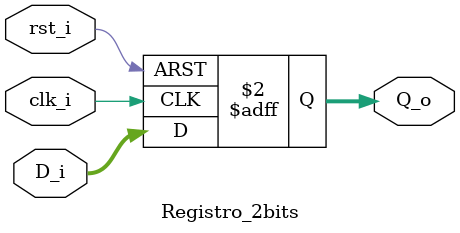
<source format=v>
`timescale 1ns / 1ps
module Registro_2bits(rst_i, clk_i,D_i,Q_o);
input rst_i, clk_i;
input [1:0] D_i;
output [1:0] Q_o;
reg [1:0] Q_o;

always @(posedge clk_i or posedge rst_i)
	if (rst_i)
		Q_o <= 1'b00;
	else 
		if(clk_i)
		Q_o <= D_i;

endmodule 

</source>
